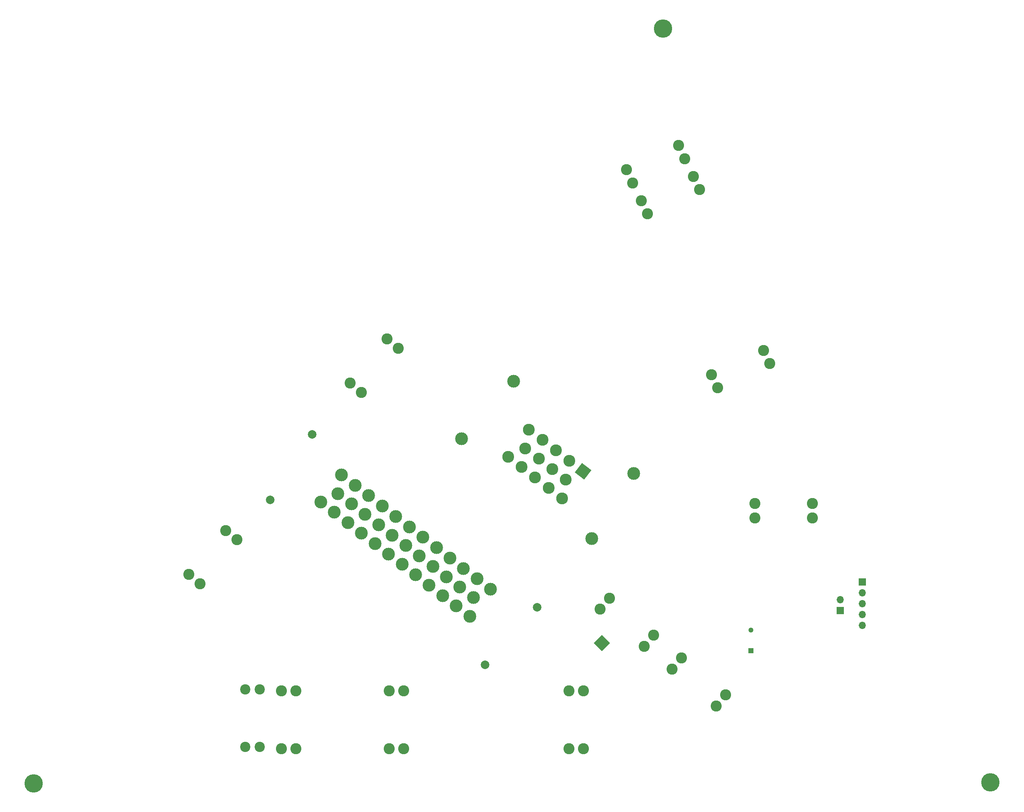
<source format=gbr>
%TF.GenerationSoftware,KiCad,Pcbnew,8.0.0*%
%TF.CreationDate,2024-03-07T18:38:20+01:00*%
%TF.ProjectId,PDU FT24,50445520-4654-4323-942e-6b696361645f,rev?*%
%TF.SameCoordinates,Original*%
%TF.FileFunction,Soldermask,Bot*%
%TF.FilePolarity,Negative*%
%FSLAX46Y46*%
G04 Gerber Fmt 4.6, Leading zero omitted, Abs format (unit mm)*
G04 Created by KiCad (PCBNEW 8.0.0) date 2024-03-07 18:38:20*
%MOMM*%
%LPD*%
G01*
G04 APERTURE LIST*
G04 Aperture macros list*
%AMRoundRect*
0 Rectangle with rounded corners*
0 $1 Rounding radius*
0 $2 $3 $4 $5 $6 $7 $8 $9 X,Y pos of 4 corners*
0 Add a 4 corners polygon primitive as box body*
4,1,4,$2,$3,$4,$5,$6,$7,$8,$9,$2,$3,0*
0 Add four circle primitives for the rounded corners*
1,1,$1+$1,$2,$3*
1,1,$1+$1,$4,$5*
1,1,$1+$1,$6,$7*
1,1,$1+$1,$8,$9*
0 Add four rect primitives between the rounded corners*
20,1,$1+$1,$2,$3,$4,$5,0*
20,1,$1+$1,$4,$5,$6,$7,0*
20,1,$1+$1,$6,$7,$8,$9,0*
20,1,$1+$1,$8,$9,$2,$3,0*%
%AMRotRect*
0 Rectangle, with rotation*
0 The origin of the aperture is its center*
0 $1 length*
0 $2 width*
0 $3 Rotation angle, in degrees counterclockwise*
0 Add horizontal line*
21,1,$1,$2,0,0,$3*%
G04 Aperture macros list end*
%ADD10C,2.595000*%
%ADD11C,4.300000*%
%ADD12R,1.700000X1.700000*%
%ADD13O,1.700000X1.700000*%
%ADD14C,2.400000*%
%ADD15R,1.192000X1.192000*%
%ADD16C,1.192000*%
%ADD17RoundRect,0.250000X1.590990X0.000000X0.000000X1.590990X-1.590990X0.000000X0.000000X-1.590990X0*%
%ADD18C,2.000000*%
%ADD19C,3.000000*%
%ADD20RotRect,2.775000X2.775000X142.500000*%
%ADD21C,2.775000*%
G04 APERTURE END LIST*
D10*
%TO.C,U2*%
X167633517Y-203015274D03*
X167633517Y-216485274D03*
X164233517Y-203015274D03*
X164233517Y-216485274D03*
%TD*%
D11*
%TO.C,H1*%
X228265696Y-47953087D03*
%TD*%
%TO.C,H3*%
X304938392Y-224383918D03*
%TD*%
D10*
%TO.C,U17*%
X239624641Y-128983767D03*
X251832607Y-123291099D03*
X241061543Y-132065213D03*
X253269509Y-126372545D03*
%TD*%
%TO.C,U8*%
X142376381Y-203015274D03*
X142376381Y-216485274D03*
X138976381Y-203015274D03*
X138976381Y-216485274D03*
%TD*%
%TO.C,U47*%
X215783430Y-181268550D03*
X226102048Y-189926899D03*
X213597952Y-183873101D03*
X223916570Y-192531450D03*
%TD*%
D11*
%TO.C,H2*%
X80967378Y-224661557D03*
%TD*%
D10*
%TO.C,U13*%
X155051168Y-130949181D03*
X163709517Y-120630563D03*
X157655719Y-133134659D03*
X166314068Y-122816041D03*
%TD*%
%TO.C,U15*%
X219757566Y-81005611D03*
X231965532Y-75312943D03*
X221194468Y-84087057D03*
X233402434Y-78394389D03*
%TD*%
%TO.C,U6*%
X128578525Y-167611586D03*
X119920176Y-177930204D03*
X125973974Y-165426108D03*
X117315625Y-175744726D03*
%TD*%
%TO.C,U45*%
X209651728Y-203015274D03*
X209651728Y-216485274D03*
X206251728Y-203015274D03*
X206251728Y-216485274D03*
%TD*%
D12*
%TO.C,J1*%
X269800000Y-184175000D03*
D13*
X269800000Y-181635000D03*
%TD*%
D14*
%TO.C,U43*%
X133909332Y-202665000D03*
X130509332Y-202665000D03*
X130509332Y-216135000D03*
X133909332Y-216135000D03*
%TD*%
D10*
%TO.C,U49*%
X223250034Y-88242668D03*
X235458000Y-82550000D03*
X224686936Y-91324114D03*
X236894902Y-85631446D03*
%TD*%
D15*
%TO.C,Y1*%
X248887075Y-193618156D03*
D16*
X248887075Y-188738156D03*
%TD*%
D10*
%TO.C,U31*%
X263290143Y-162541321D03*
X249820143Y-162541321D03*
X263290143Y-159141321D03*
X249820143Y-159141321D03*
%TD*%
D17*
%TO.C,J4*%
X214000000Y-191800000D03*
%TD*%
D12*
%TO.C,J6*%
X274947075Y-177518156D03*
D13*
X274947075Y-180058156D03*
X274947075Y-182598156D03*
X274947075Y-185138156D03*
X274947075Y-187678156D03*
%TD*%
D10*
%TO.C,U35*%
X232613430Y-195258550D03*
X242932048Y-203916899D03*
X230427952Y-197863101D03*
X240746570Y-206521450D03*
%TD*%
D18*
%TO.C,J2*%
X146171695Y-142972870D03*
X136343143Y-158245708D03*
X186641744Y-196841182D03*
X198850356Y-183394629D03*
D19*
X148178248Y-158755891D03*
X151351661Y-161190937D03*
X154525075Y-163625982D03*
X157698488Y-166061028D03*
X160871901Y-168496074D03*
X164045315Y-170931120D03*
X167218728Y-173366165D03*
X170392141Y-175801211D03*
X173565555Y-178236257D03*
X176738968Y-180671302D03*
X179912381Y-183106348D03*
X183085795Y-185541394D03*
X152200000Y-156800000D03*
X155373414Y-159235046D03*
X158546827Y-161670092D03*
X161720240Y-164105138D03*
X164893654Y-166540183D03*
X168067067Y-168975229D03*
X171240480Y-171410275D03*
X174413894Y-173845320D03*
X177587307Y-176280366D03*
X180760720Y-178715412D03*
X183934134Y-181150458D03*
X153048339Y-152409064D03*
X156221753Y-154844110D03*
X159395166Y-157279156D03*
X162568579Y-159714201D03*
X165741993Y-162149247D03*
X168915406Y-164584293D03*
X172088819Y-167019338D03*
X175262233Y-169454384D03*
X178435646Y-171889430D03*
X181609059Y-174324476D03*
X184782473Y-176759521D03*
X187955886Y-179194567D03*
%TD*%
D20*
%TO.C,J3*%
X209590331Y-151558306D03*
D21*
X206416918Y-149123260D03*
X203243504Y-146688215D03*
X200070091Y-144253169D03*
X196896678Y-141818123D03*
X205568579Y-153514197D03*
X202395165Y-151079151D03*
X199221752Y-148644105D03*
X196048339Y-146209059D03*
X204720240Y-157905133D03*
X201546826Y-155470087D03*
X198373413Y-153035041D03*
X195199999Y-150599996D03*
X192026586Y-148164950D03*
D19*
X221425436Y-152068489D03*
X193340728Y-130518335D03*
X211596884Y-167341327D03*
X181132116Y-143964888D03*
%TD*%
M02*

</source>
